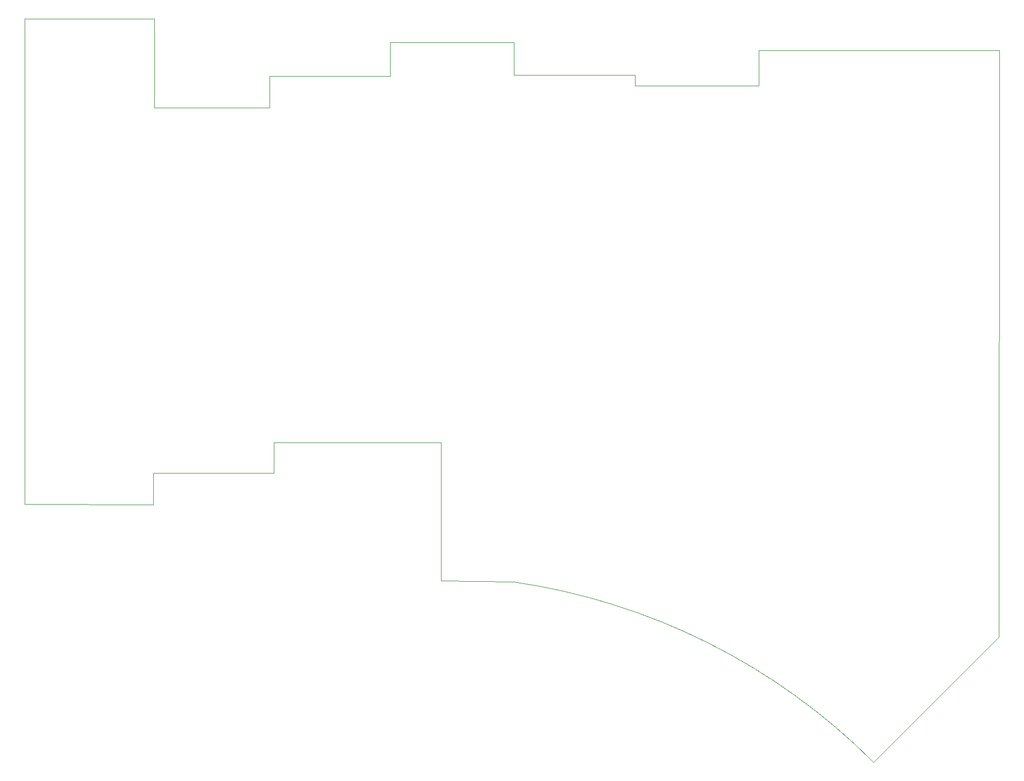
<source format=gm1>
G04 #@! TF.GenerationSoftware,KiCad,Pcbnew,7.0.10-7.0.10~ubuntu23.10.1*
G04 #@! TF.CreationDate,2024-01-07T16:56:53-05:00*
G04 #@! TF.ProjectId,design,64657369-676e-42e6-9b69-6361645f7063,rev?*
G04 #@! TF.SameCoordinates,Original*
G04 #@! TF.FileFunction,Profile,NP*
%FSLAX46Y46*%
G04 Gerber Fmt 4.6, Leading zero omitted, Abs format (unit mm)*
G04 Created by KiCad (PCBNEW 7.0.10-7.0.10~ubuntu23.10.1) date 2024-01-07 16:56:53*
%MOMM*%
%LPD*%
G01*
G04 APERTURE LIST*
G04 #@! TA.AperFunction,Profile*
%ADD10C,0.100000*%
G04 #@! TD*
G04 APERTURE END LIST*
D10*
X173201755Y-157398245D02*
X193000000Y-137600000D01*
X155100000Y-44900000D02*
X193100000Y-44900000D01*
X155100000Y-50500000D02*
X155100000Y-44900000D01*
X135500000Y-50500000D02*
X155100000Y-50500000D01*
X135500000Y-48800000D02*
X135500000Y-50500000D01*
X135500000Y-48800000D02*
X135400000Y-48800000D01*
X116400000Y-48800000D02*
X135400000Y-48800000D01*
X116400000Y-43600000D02*
X116400000Y-48800000D01*
X96800000Y-43600000D02*
X116400000Y-43600000D01*
X96800000Y-49000000D02*
X96800000Y-43600000D01*
X77800000Y-49000000D02*
X96800000Y-49000000D01*
X77800000Y-54000000D02*
X77800000Y-49000000D01*
X59600000Y-54000000D02*
X77800000Y-54000000D01*
X59600000Y-51200000D02*
X59600000Y-54000000D01*
X59600000Y-39900000D02*
X59600000Y-51200000D01*
X39100000Y-39900000D02*
X59600000Y-39900000D01*
X39100000Y-40700000D02*
X39100000Y-39900000D01*
X59400000Y-116700000D02*
X39100000Y-116600000D01*
X59400000Y-111700000D02*
X59400000Y-116700000D01*
X78500000Y-111700000D02*
X59400000Y-111700000D01*
X78500000Y-106900000D02*
X78500000Y-111700000D01*
X104900000Y-106900000D02*
X78500000Y-106900000D01*
X104900000Y-128700000D02*
X104900000Y-106900000D01*
X116341750Y-128932081D02*
X104900000Y-128700000D01*
X173201754Y-157398246D02*
G75*
G03*
X116341750Y-128932083I-71201754J-71201754D01*
G01*
X39100000Y-40700000D02*
X39100000Y-116600000D01*
X193000000Y-137600000D02*
X193100000Y-44900000D01*
M02*

</source>
